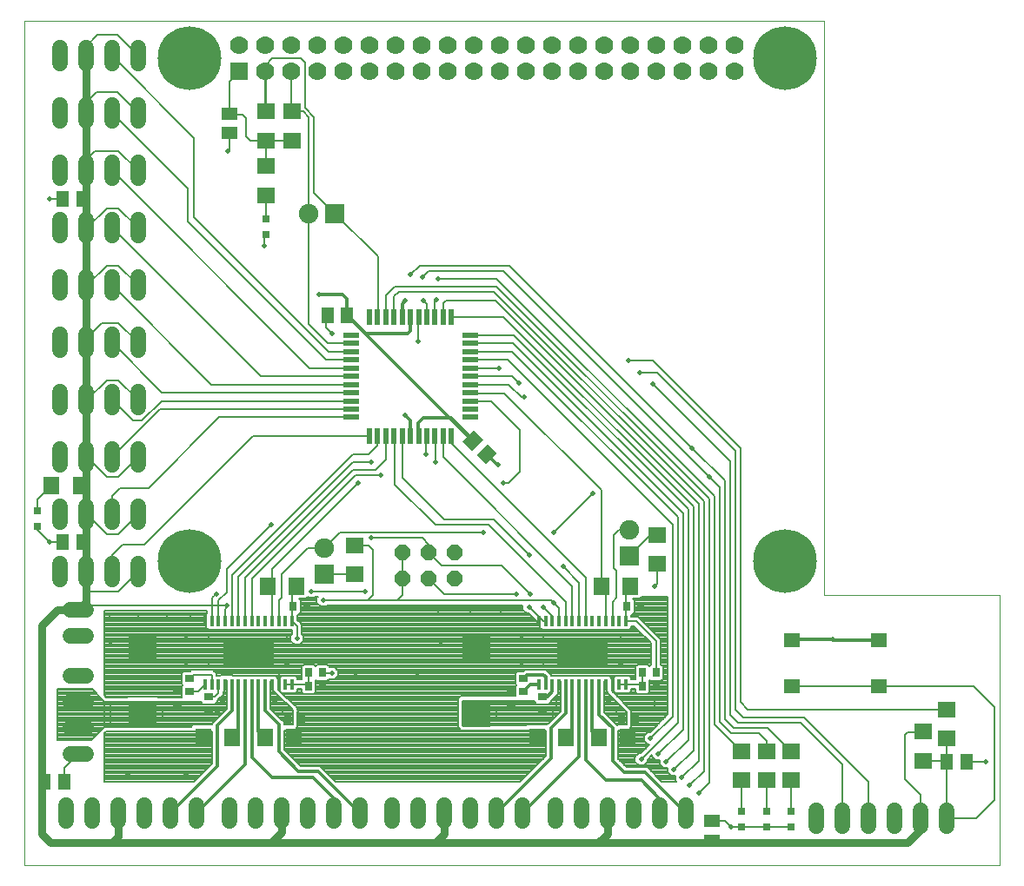
<source format=gtl>
G75*
%MOIN*%
%OFA0B0*%
%FSLAX25Y25*%
%IPPOS*%
%LPD*%
%AMOC8*
5,1,8,0,0,1.08239X$1,22.5*
%
%ADD10C,0.00000*%
%ADD11R,0.07000X0.07000*%
%ADD12C,0.07000*%
%ADD13C,0.24409*%
%ADD14R,0.01378X0.03937*%
%ADD15R,0.19685X0.11811*%
%ADD16R,0.06299X0.07098*%
%ADD17R,0.03543X0.02756*%
%ADD18R,0.02756X0.03543*%
%ADD19R,0.10630X0.10039*%
%ADD20C,0.06000*%
%ADD21R,0.01969X0.05906*%
%ADD22R,0.05906X0.01969*%
%ADD23R,0.05118X0.05906*%
%ADD24R,0.03150X0.03150*%
%ADD25R,0.07098X0.06299*%
%ADD26R,0.05906X0.05118*%
%ADD27R,0.06300X0.05512*%
%ADD28R,0.07500X0.07500*%
%ADD29C,0.07500*%
%ADD30OC8,0.06000*%
%ADD31C,0.00800*%
%ADD32C,0.01950*%
%ADD33C,0.01200*%
%ADD34C,0.01300*%
%ADD35C,0.03000*%
D10*
X0034500Y0035000D02*
X0034500Y0359000D01*
X0341000Y0359000D01*
X0341000Y0138500D01*
X0408516Y0138500D01*
X0408516Y0035000D01*
X0034500Y0035000D01*
D11*
X0116906Y0339437D03*
D12*
X0116906Y0349437D03*
X0126906Y0349437D03*
X0136906Y0349437D03*
X0146906Y0349437D03*
X0156906Y0349437D03*
X0166906Y0349437D03*
X0176906Y0349437D03*
X0186906Y0349437D03*
X0186906Y0339437D03*
X0176906Y0339437D03*
X0166906Y0339437D03*
X0156906Y0339437D03*
X0146906Y0339437D03*
X0136906Y0339437D03*
X0126906Y0339437D03*
X0196906Y0339437D03*
X0206906Y0339437D03*
X0216906Y0339437D03*
X0226906Y0339437D03*
X0236906Y0339437D03*
X0246906Y0339437D03*
X0256906Y0339437D03*
X0266906Y0339437D03*
X0266906Y0349437D03*
X0256906Y0349437D03*
X0246906Y0349437D03*
X0236906Y0349437D03*
X0226906Y0349437D03*
X0216906Y0349437D03*
X0206906Y0349437D03*
X0196906Y0349437D03*
X0276906Y0349437D03*
X0286906Y0349437D03*
X0296906Y0349437D03*
X0306906Y0349437D03*
X0306906Y0339437D03*
X0296906Y0339437D03*
X0286906Y0339437D03*
X0276906Y0339437D03*
D13*
X0326079Y0344437D03*
X0326079Y0151524D03*
X0097732Y0151524D03*
X0097732Y0344437D03*
D14*
X0103839Y0128581D03*
X0106398Y0128581D03*
X0108957Y0128581D03*
X0111516Y0128581D03*
X0114075Y0128581D03*
X0116634Y0128581D03*
X0119193Y0128581D03*
X0121752Y0128581D03*
X0124311Y0128581D03*
X0126870Y0128581D03*
X0129429Y0128581D03*
X0131988Y0128581D03*
X0134547Y0128581D03*
X0137106Y0128581D03*
X0137106Y0104270D03*
X0134547Y0104270D03*
X0131988Y0104270D03*
X0129429Y0104270D03*
X0126870Y0104270D03*
X0124311Y0104270D03*
X0121752Y0104270D03*
X0119193Y0104270D03*
X0116634Y0104270D03*
X0114075Y0104270D03*
X0111516Y0104270D03*
X0108957Y0104270D03*
X0106398Y0104270D03*
X0103839Y0104270D03*
X0231839Y0104270D03*
X0234398Y0104270D03*
X0236957Y0104270D03*
X0239516Y0104270D03*
X0242075Y0104270D03*
X0244634Y0104270D03*
X0247193Y0104270D03*
X0249752Y0104270D03*
X0252311Y0104270D03*
X0254870Y0104270D03*
X0257429Y0104270D03*
X0259988Y0104270D03*
X0262547Y0104270D03*
X0265106Y0104270D03*
X0265106Y0128581D03*
X0262547Y0128581D03*
X0259988Y0128581D03*
X0257429Y0128581D03*
X0254870Y0128581D03*
X0252311Y0128581D03*
X0249752Y0128581D03*
X0247193Y0128581D03*
X0244634Y0128581D03*
X0242075Y0128581D03*
X0239516Y0128581D03*
X0236957Y0128581D03*
X0234398Y0128581D03*
X0231839Y0128581D03*
D15*
X0248472Y0116425D03*
X0120472Y0116425D03*
D16*
X0127669Y0142016D03*
X0138866Y0142016D03*
X0137866Y0083945D03*
X0126669Y0083945D03*
X0114228Y0083945D03*
X0103031Y0083945D03*
X0056098Y0180500D03*
X0044902Y0180500D03*
X0231031Y0083945D03*
X0242228Y0083945D03*
X0254669Y0083945D03*
X0265866Y0083945D03*
X0266866Y0142016D03*
X0255669Y0142016D03*
D17*
X0225866Y0106610D03*
X0225866Y0101492D03*
X0221008Y0101720D03*
X0221008Y0096602D03*
X0233209Y0094295D03*
X0233209Y0099413D03*
X0105209Y0099413D03*
X0105209Y0094295D03*
X0097866Y0101492D03*
X0093008Y0101720D03*
X0093008Y0096602D03*
X0097866Y0106610D03*
D18*
X0135583Y0090835D03*
X0140701Y0090835D03*
X0143535Y0103661D03*
X0143535Y0108740D03*
X0148654Y0108740D03*
X0148654Y0103661D03*
X0142701Y0134142D03*
X0137583Y0134142D03*
X0265583Y0134142D03*
X0270701Y0134142D03*
X0271535Y0108740D03*
X0271535Y0103661D03*
X0276654Y0103661D03*
X0276654Y0108740D03*
X0268701Y0090835D03*
X0263583Y0090835D03*
D19*
X0207744Y0093024D03*
X0207744Y0117984D03*
X0079744Y0117984D03*
X0079744Y0093024D03*
D20*
X0058169Y0097728D02*
X0052169Y0097728D01*
X0052169Y0107728D02*
X0058169Y0107728D01*
X0058000Y0123000D02*
X0052000Y0123000D01*
X0052000Y0133000D02*
X0058000Y0133000D01*
X0058000Y0144500D02*
X0058000Y0150500D01*
X0048000Y0150500D02*
X0048000Y0144500D01*
X0068000Y0144500D02*
X0068000Y0150500D01*
X0078000Y0150500D02*
X0078000Y0144500D01*
X0078000Y0166500D02*
X0078000Y0172500D01*
X0068000Y0172500D02*
X0068000Y0166500D01*
X0058000Y0166500D02*
X0058000Y0172500D01*
X0048000Y0172500D02*
X0048000Y0166500D01*
X0048000Y0188500D02*
X0048000Y0194500D01*
X0058000Y0194500D02*
X0058000Y0188500D01*
X0068000Y0188500D02*
X0068000Y0194500D01*
X0078000Y0194500D02*
X0078000Y0188500D01*
X0078000Y0210500D02*
X0078000Y0216500D01*
X0068000Y0216500D02*
X0068000Y0210500D01*
X0058000Y0210500D02*
X0058000Y0216500D01*
X0048000Y0216500D02*
X0048000Y0210500D01*
X0048000Y0232500D02*
X0048000Y0238500D01*
X0058000Y0238500D02*
X0058000Y0232500D01*
X0068000Y0232500D02*
X0068000Y0238500D01*
X0078000Y0238500D02*
X0078000Y0232500D01*
X0078000Y0254500D02*
X0078000Y0260500D01*
X0068000Y0260500D02*
X0068000Y0254500D01*
X0058000Y0254500D02*
X0058000Y0260500D01*
X0048000Y0260500D02*
X0048000Y0254500D01*
X0048000Y0276500D02*
X0048000Y0282500D01*
X0058000Y0282500D02*
X0058000Y0276500D01*
X0068000Y0276500D02*
X0068000Y0282500D01*
X0078000Y0282500D02*
X0078000Y0276500D01*
X0078000Y0298500D02*
X0078000Y0304500D01*
X0068000Y0304500D02*
X0068000Y0298500D01*
X0058000Y0298500D02*
X0058000Y0304500D01*
X0048000Y0304500D02*
X0048000Y0298500D01*
X0048000Y0320500D02*
X0048000Y0326500D01*
X0058000Y0326500D02*
X0058000Y0320500D01*
X0068000Y0320500D02*
X0068000Y0326500D01*
X0078000Y0326500D02*
X0078000Y0320500D01*
X0078000Y0342500D02*
X0078000Y0348500D01*
X0068000Y0348500D02*
X0068000Y0342500D01*
X0058000Y0342500D02*
X0058000Y0348500D01*
X0048000Y0348500D02*
X0048000Y0342500D01*
X0052169Y0087728D02*
X0058169Y0087728D01*
X0058169Y0077728D02*
X0052169Y0077728D01*
X0050500Y0058000D02*
X0050500Y0052000D01*
X0060500Y0052000D02*
X0060500Y0058000D01*
X0070500Y0058000D02*
X0070500Y0052000D01*
X0080500Y0052000D02*
X0080500Y0058000D01*
X0090500Y0058000D02*
X0090500Y0052000D01*
X0100500Y0052000D02*
X0100500Y0058000D01*
X0113000Y0058000D02*
X0113000Y0052000D01*
X0123000Y0052000D02*
X0123000Y0058000D01*
X0133000Y0058000D02*
X0133000Y0052000D01*
X0143000Y0052000D02*
X0143000Y0058000D01*
X0153000Y0058000D02*
X0153000Y0052000D01*
X0163000Y0052000D02*
X0163000Y0058000D01*
X0175500Y0058000D02*
X0175500Y0052000D01*
X0185500Y0052000D02*
X0185500Y0058000D01*
X0195500Y0058000D02*
X0195500Y0052000D01*
X0205500Y0052000D02*
X0205500Y0058000D01*
X0215500Y0058000D02*
X0215500Y0052000D01*
X0225500Y0052000D02*
X0225500Y0058000D01*
X0238000Y0058000D02*
X0238000Y0052000D01*
X0248000Y0052000D02*
X0248000Y0058000D01*
X0258000Y0058000D02*
X0258000Y0052000D01*
X0268000Y0052000D02*
X0268000Y0058000D01*
X0278000Y0058000D02*
X0278000Y0052000D01*
X0288000Y0052000D02*
X0288000Y0058000D01*
X0338000Y0056000D02*
X0338000Y0050000D01*
X0348000Y0050000D02*
X0348000Y0056000D01*
X0358000Y0056000D02*
X0358000Y0050000D01*
X0368000Y0050000D02*
X0368000Y0056000D01*
X0378000Y0056000D02*
X0378000Y0050000D01*
X0388000Y0050000D02*
X0388000Y0056000D01*
D21*
X0198248Y0199665D03*
X0195098Y0199665D03*
X0191949Y0199665D03*
X0188799Y0199665D03*
X0185650Y0199665D03*
X0182500Y0199665D03*
X0179350Y0199665D03*
X0176201Y0199665D03*
X0173051Y0199665D03*
X0169902Y0199665D03*
X0166752Y0199665D03*
X0166752Y0245335D03*
X0169902Y0245335D03*
X0173051Y0245335D03*
X0176201Y0245335D03*
X0179350Y0245335D03*
X0182500Y0245335D03*
X0185650Y0245335D03*
X0188799Y0245335D03*
X0191949Y0245335D03*
X0195098Y0245335D03*
X0198248Y0245335D03*
D22*
X0205335Y0238248D03*
X0205335Y0235098D03*
X0205335Y0231949D03*
X0205335Y0228799D03*
X0205335Y0225650D03*
X0205335Y0222500D03*
X0205335Y0219350D03*
X0205335Y0216201D03*
X0205335Y0213051D03*
X0205335Y0209902D03*
X0205335Y0206752D03*
X0159665Y0206752D03*
X0159665Y0209902D03*
X0159665Y0213051D03*
X0159665Y0216201D03*
X0159665Y0219350D03*
X0159665Y0222500D03*
X0159665Y0225650D03*
X0159665Y0228799D03*
X0159665Y0231949D03*
X0159665Y0235098D03*
X0159665Y0238248D03*
D23*
X0158240Y0246000D03*
X0150760Y0246000D03*
G36*
X0206249Y0194041D02*
X0202630Y0197660D01*
X0206805Y0201835D01*
X0210424Y0198216D01*
X0206249Y0194041D01*
G37*
G36*
X0211538Y0188751D02*
X0207919Y0192370D01*
X0212094Y0196545D01*
X0215713Y0192926D01*
X0211538Y0188751D01*
G37*
X0056740Y0159000D03*
X0049260Y0159000D03*
X0049740Y0067000D03*
X0042260Y0067000D03*
X0049260Y0290500D03*
X0056740Y0290500D03*
X0388260Y0074500D03*
X0395740Y0074500D03*
D24*
X0328500Y0055453D03*
X0328500Y0049547D03*
X0319000Y0049547D03*
X0319000Y0055453D03*
X0309500Y0055453D03*
X0309500Y0049547D03*
X0127000Y0277047D03*
X0127000Y0282953D03*
X0039500Y0170953D03*
X0039500Y0165047D03*
D25*
X0161000Y0157598D03*
X0161000Y0146402D03*
X0277000Y0150402D03*
X0277000Y0161598D03*
X0309500Y0078598D03*
X0319000Y0078598D03*
X0328500Y0078598D03*
X0328500Y0067402D03*
X0319000Y0067402D03*
X0309500Y0067402D03*
X0379000Y0074902D03*
X0388000Y0083402D03*
X0379000Y0086098D03*
X0388000Y0094598D03*
X0137000Y0312902D03*
X0127000Y0312902D03*
X0127000Y0303098D03*
X0127000Y0291902D03*
X0127000Y0324098D03*
X0137000Y0324098D03*
D26*
X0113000Y0323240D03*
X0113000Y0315760D03*
X0298000Y0051740D03*
X0298000Y0044260D03*
D27*
X0328965Y0103642D03*
X0328965Y0121358D03*
X0362035Y0121358D03*
X0362035Y0103642D03*
D28*
X0266500Y0153500D03*
X0149500Y0146500D03*
X0153500Y0285000D03*
D29*
X0143500Y0285000D03*
X0266500Y0163500D03*
X0149500Y0156500D03*
D30*
X0179500Y0155000D03*
X0179500Y0145000D03*
X0189500Y0145000D03*
X0189500Y0155000D03*
X0199500Y0155000D03*
X0199500Y0145000D03*
D31*
X0194500Y0150000D02*
X0189500Y0155000D01*
X0189500Y0158000D01*
X0187000Y0160500D01*
X0167500Y0160500D01*
X0166402Y0157598D02*
X0161000Y0157598D01*
X0166402Y0157598D02*
X0168000Y0156000D01*
X0168000Y0138500D01*
X0166000Y0136500D01*
X0177500Y0136500D01*
X0179500Y0138500D01*
X0179500Y0155000D01*
X0179500Y0145000D01*
X0177500Y0136500D02*
X0236500Y0136500D01*
X0237500Y0135500D01*
X0239516Y0133484D01*
X0239516Y0128581D01*
X0242075Y0128581D02*
X0242075Y0135925D01*
X0212500Y0165500D01*
X0192000Y0165500D01*
X0176500Y0181000D01*
X0176500Y0199366D01*
X0176201Y0199665D01*
X0179350Y0199665D02*
X0179350Y0183650D01*
X0195500Y0167500D01*
X0214600Y0167500D01*
X0228100Y0154000D01*
X0217500Y0150000D02*
X0194500Y0150000D01*
X0189500Y0145000D02*
X0195500Y0139000D01*
X0223000Y0139000D01*
X0225625Y0134700D02*
X0225625Y0133016D01*
X0227016Y0131625D01*
X0227829Y0131625D01*
X0232309Y0127146D01*
X0232309Y0126032D01*
X0233129Y0125212D01*
X0235667Y0125212D01*
X0235677Y0125223D01*
X0235688Y0125212D01*
X0238226Y0125212D01*
X0238236Y0125223D01*
X0238247Y0125212D01*
X0240785Y0125212D01*
X0240795Y0125223D01*
X0240806Y0125212D01*
X0243344Y0125212D01*
X0243354Y0125223D01*
X0243365Y0125212D01*
X0245903Y0125212D01*
X0245913Y0125223D01*
X0245924Y0125212D01*
X0248462Y0125212D01*
X0248472Y0125223D01*
X0248483Y0125212D01*
X0251021Y0125212D01*
X0251031Y0125223D01*
X0251042Y0125212D01*
X0253580Y0125212D01*
X0253591Y0125223D01*
X0253601Y0125212D01*
X0256139Y0125212D01*
X0256150Y0125223D01*
X0256160Y0125212D01*
X0258698Y0125212D01*
X0258709Y0125223D01*
X0258719Y0125212D01*
X0261257Y0125212D01*
X0261268Y0125223D01*
X0261278Y0125212D01*
X0263816Y0125212D01*
X0263827Y0125223D01*
X0263837Y0125212D01*
X0266375Y0125212D01*
X0267195Y0126032D01*
X0267195Y0126700D01*
X0268254Y0126700D01*
X0274854Y0120101D01*
X0274854Y0111912D01*
X0274696Y0111912D01*
X0274094Y0111311D01*
X0273493Y0111912D01*
X0269578Y0111912D01*
X0268757Y0111092D01*
X0268757Y0106389D01*
X0268945Y0106201D01*
X0268814Y0106070D01*
X0267195Y0106070D01*
X0267195Y0106818D01*
X0266375Y0107638D01*
X0263837Y0107638D01*
X0263827Y0107628D01*
X0263816Y0107638D01*
X0261278Y0107638D01*
X0260458Y0106818D01*
X0260458Y0101721D01*
X0261278Y0100901D01*
X0263816Y0100901D01*
X0263827Y0100912D01*
X0263837Y0100901D01*
X0266375Y0100901D01*
X0267195Y0101721D01*
X0267195Y0102470D01*
X0268757Y0102470D01*
X0268757Y0101310D01*
X0269578Y0100490D01*
X0273493Y0100490D01*
X0274313Y0101310D01*
X0274313Y0105951D01*
X0274696Y0105569D01*
X0278611Y0105569D01*
X0279431Y0106389D01*
X0279431Y0111092D01*
X0278611Y0111912D01*
X0278454Y0111912D01*
X0278454Y0121592D01*
X0270800Y0129246D01*
X0269746Y0130300D01*
X0267195Y0130300D01*
X0267195Y0130970D01*
X0267541Y0130970D01*
X0268361Y0131790D01*
X0268361Y0136493D01*
X0267787Y0137067D01*
X0270596Y0137067D01*
X0271416Y0137887D01*
X0271416Y0138000D01*
X0281200Y0138000D01*
X0281200Y0092746D01*
X0274329Y0085875D01*
X0273516Y0085875D01*
X0272125Y0084484D01*
X0272125Y0082516D01*
X0273516Y0081125D01*
X0274079Y0081125D01*
X0270829Y0077875D01*
X0270016Y0077875D01*
X0268625Y0076484D01*
X0268625Y0074516D01*
X0270016Y0073125D01*
X0271984Y0073125D01*
X0273375Y0074516D01*
X0273375Y0075329D01*
X0275125Y0077079D01*
X0275125Y0076516D01*
X0276516Y0075125D01*
X0278125Y0075125D01*
X0278125Y0073516D01*
X0279516Y0072125D01*
X0281125Y0072125D01*
X0281125Y0070516D01*
X0282516Y0069125D01*
X0284125Y0069125D01*
X0284125Y0067516D01*
X0284641Y0067000D01*
X0278899Y0067000D01*
X0273349Y0072550D01*
X0265349Y0072550D01*
X0262050Y0075849D01*
X0262050Y0086700D01*
X0266246Y0086700D01*
X0267300Y0087754D01*
X0267300Y0094246D01*
X0259800Y0101746D01*
X0259800Y0106246D01*
X0259518Y0106527D01*
X0259518Y0106818D01*
X0258698Y0107638D01*
X0256160Y0107638D01*
X0256150Y0107628D01*
X0256139Y0107638D01*
X0253601Y0107638D01*
X0253591Y0107628D01*
X0253580Y0107638D01*
X0251042Y0107638D01*
X0251031Y0107628D01*
X0251021Y0107638D01*
X0248483Y0107638D01*
X0248472Y0107628D01*
X0248462Y0107638D01*
X0245924Y0107638D01*
X0245913Y0107628D01*
X0245903Y0107638D01*
X0243365Y0107638D01*
X0243354Y0107628D01*
X0243344Y0107638D01*
X0240806Y0107638D01*
X0240795Y0107628D01*
X0240785Y0107638D01*
X0238247Y0107638D01*
X0238236Y0107628D01*
X0238226Y0107638D01*
X0236448Y0107638D01*
X0236448Y0107952D01*
X0234349Y0110050D01*
X0226407Y0110050D01*
X0225745Y0109388D01*
X0223515Y0109388D01*
X0222694Y0108568D01*
X0222694Y0104652D01*
X0223296Y0104051D01*
X0222694Y0103450D01*
X0222694Y0099800D01*
X0201754Y0099800D01*
X0200700Y0098746D01*
X0200700Y0087754D01*
X0201029Y0087425D01*
X0201029Y0087424D01*
X0201849Y0086604D01*
X0213639Y0086604D01*
X0213735Y0086700D01*
X0234450Y0086700D01*
X0234450Y0076849D01*
X0224601Y0067000D01*
X0153899Y0067000D01*
X0147849Y0073050D01*
X0140349Y0073050D01*
X0134050Y0079349D01*
X0134050Y0086700D01*
X0138246Y0086700D01*
X0139300Y0087754D01*
X0139300Y0093790D01*
X0139325Y0093817D01*
X0139300Y0094531D01*
X0139300Y0095246D01*
X0139274Y0095271D01*
X0139273Y0095307D01*
X0138751Y0095795D01*
X0138246Y0096300D01*
X0138209Y0096300D01*
X0133280Y0100901D01*
X0135816Y0100901D01*
X0135827Y0100912D01*
X0135837Y0100901D01*
X0138375Y0100901D01*
X0139195Y0101721D01*
X0139195Y0102470D01*
X0140757Y0102470D01*
X0140757Y0101310D01*
X0141578Y0100490D01*
X0145493Y0100490D01*
X0146313Y0101310D01*
X0146313Y0105951D01*
X0146696Y0105569D01*
X0150611Y0105569D01*
X0151342Y0106299D01*
X0151516Y0106125D01*
X0153484Y0106125D01*
X0154875Y0107516D01*
X0154875Y0109484D01*
X0153484Y0110875D01*
X0151516Y0110875D01*
X0151431Y0110790D01*
X0151431Y0111092D01*
X0150611Y0111912D01*
X0146696Y0111912D01*
X0146094Y0111311D01*
X0145493Y0111912D01*
X0141578Y0111912D01*
X0140757Y0111092D01*
X0140757Y0106389D01*
X0140945Y0106201D01*
X0140814Y0106070D01*
X0139195Y0106070D01*
X0139195Y0106818D01*
X0138375Y0107638D01*
X0135837Y0107638D01*
X0135827Y0107628D01*
X0135816Y0107638D01*
X0133278Y0107638D01*
X0132458Y0106818D01*
X0132458Y0101721D01*
X0133261Y0100919D01*
X0131800Y0102282D01*
X0131800Y0106246D01*
X0131518Y0106527D01*
X0131518Y0106818D01*
X0130698Y0107638D01*
X0128160Y0107638D01*
X0128150Y0107628D01*
X0128139Y0107638D01*
X0125601Y0107638D01*
X0125591Y0107628D01*
X0125580Y0107638D01*
X0123042Y0107638D01*
X0123031Y0107628D01*
X0123021Y0107638D01*
X0120483Y0107638D01*
X0120472Y0107628D01*
X0120462Y0107638D01*
X0117924Y0107638D01*
X0117913Y0107628D01*
X0117903Y0107638D01*
X0115365Y0107638D01*
X0115354Y0107628D01*
X0115344Y0107638D01*
X0114407Y0107638D01*
X0114246Y0107800D01*
X0109754Y0107800D01*
X0109593Y0107638D01*
X0108198Y0107638D01*
X0108198Y0108348D01*
X0107800Y0108746D01*
X0106746Y0109800D01*
X0098510Y0109800D01*
X0098099Y0109388D01*
X0095515Y0109388D01*
X0094694Y0108568D01*
X0094694Y0104652D01*
X0095296Y0104051D01*
X0094694Y0103450D01*
X0094694Y0099534D01*
X0094848Y0099380D01*
X0090656Y0099380D01*
X0090576Y0099300D01*
X0085782Y0099300D01*
X0085639Y0099443D01*
X0073849Y0099443D01*
X0073706Y0099300D01*
X0065802Y0099300D01*
X0065000Y0100191D01*
X0065000Y0132700D01*
X0104598Y0132700D01*
X0104598Y0131418D01*
X0104309Y0131129D01*
X0104309Y0126032D01*
X0105129Y0125212D01*
X0107667Y0125212D01*
X0107677Y0125223D01*
X0107688Y0125212D01*
X0110226Y0125212D01*
X0110236Y0125223D01*
X0110247Y0125212D01*
X0112785Y0125212D01*
X0112795Y0125223D01*
X0112806Y0125212D01*
X0115344Y0125212D01*
X0115354Y0125223D01*
X0115365Y0125212D01*
X0117903Y0125212D01*
X0117913Y0125223D01*
X0117924Y0125212D01*
X0120462Y0125212D01*
X0120472Y0125223D01*
X0120483Y0125212D01*
X0123021Y0125212D01*
X0123031Y0125223D01*
X0123042Y0125212D01*
X0125580Y0125212D01*
X0125591Y0125223D01*
X0125601Y0125212D01*
X0128139Y0125212D01*
X0128150Y0125223D01*
X0128160Y0125212D01*
X0130698Y0125212D01*
X0130709Y0125223D01*
X0130719Y0125212D01*
X0133257Y0125212D01*
X0133268Y0125223D01*
X0133278Y0125212D01*
X0135816Y0125212D01*
X0135827Y0125223D01*
X0135837Y0125212D01*
X0137200Y0125212D01*
X0137200Y0123559D01*
X0136625Y0122984D01*
X0136625Y0121016D01*
X0138016Y0119625D01*
X0139984Y0119625D01*
X0141375Y0121016D01*
X0141375Y0122984D01*
X0140800Y0123559D01*
X0140800Y0127433D01*
X0139195Y0129037D01*
X0139195Y0130970D01*
X0139541Y0130970D01*
X0140361Y0131790D01*
X0140361Y0136493D01*
X0139787Y0137067D01*
X0142596Y0137067D01*
X0143335Y0137806D01*
X0143516Y0137625D01*
X0145484Y0137625D01*
X0145859Y0138000D01*
X0147141Y0138000D01*
X0146625Y0137484D01*
X0146625Y0135516D01*
X0148016Y0134125D01*
X0149984Y0134125D01*
X0150559Y0134700D01*
X0225625Y0134700D01*
X0225625Y0134015D02*
X0140361Y0134015D01*
X0140361Y0133217D02*
X0225625Y0133217D01*
X0226223Y0132418D02*
X0140361Y0132418D01*
X0140190Y0131620D02*
X0227835Y0131620D01*
X0228633Y0130821D02*
X0139195Y0130821D01*
X0139195Y0130023D02*
X0229432Y0130023D01*
X0230230Y0129224D02*
X0139195Y0129224D01*
X0139807Y0128426D02*
X0231029Y0128426D01*
X0231827Y0127627D02*
X0140605Y0127627D01*
X0140800Y0126829D02*
X0232309Y0126829D01*
X0232311Y0126030D02*
X0140800Y0126030D01*
X0140800Y0125232D02*
X0233109Y0125232D01*
X0233419Y0128581D02*
X0228000Y0134000D01*
X0228500Y0139000D02*
X0217500Y0150000D01*
X0210500Y0162500D02*
X0155500Y0162500D01*
X0149500Y0156500D01*
X0143000Y0156500D01*
X0133000Y0146500D01*
X0133000Y0137500D01*
X0131988Y0136488D01*
X0131988Y0128581D01*
X0129429Y0128581D02*
X0129429Y0140256D01*
X0129429Y0148429D01*
X0162500Y0181500D01*
X0161500Y0184500D02*
X0171000Y0184500D01*
X0170000Y0184500D01*
X0169000Y0186500D02*
X0173051Y0190551D01*
X0173051Y0199665D01*
X0169902Y0199665D02*
X0169902Y0195902D01*
X0166500Y0192500D01*
X0160500Y0192500D01*
X0114075Y0146075D01*
X0114075Y0128581D01*
X0116500Y0128715D02*
X0116500Y0145500D01*
X0160500Y0189500D01*
X0167500Y0189500D01*
X0166500Y0189500D01*
X0169000Y0186500D02*
X0160500Y0186500D01*
X0119193Y0145193D01*
X0119193Y0128581D01*
X0121752Y0128581D02*
X0121752Y0144752D01*
X0161500Y0184500D01*
X0166752Y0199665D02*
X0122165Y0199665D01*
X0080500Y0158000D01*
X0072000Y0158000D01*
X0068000Y0154000D01*
X0068000Y0147500D01*
X0070500Y0140000D02*
X0058000Y0140000D01*
X0056500Y0134500D02*
X0112000Y0134500D01*
X0111516Y0132984D01*
X0111516Y0128581D01*
X0108957Y0128581D02*
X0108957Y0136457D01*
X0112000Y0139500D01*
X0112000Y0148500D01*
X0129000Y0165500D01*
X0149500Y0146500D02*
X0160902Y0146500D01*
X0161000Y0146402D01*
X0165000Y0140000D02*
X0144500Y0140000D01*
X0142739Y0137209D02*
X0146625Y0137209D01*
X0146625Y0136411D02*
X0140361Y0136411D01*
X0140361Y0135612D02*
X0146625Y0135612D01*
X0147327Y0134814D02*
X0140361Y0134814D01*
X0137583Y0134142D02*
X0137106Y0133665D01*
X0137106Y0140106D01*
X0139000Y0142000D01*
X0138984Y0142016D01*
X0138866Y0142016D01*
X0137106Y0133665D02*
X0137106Y0128581D01*
X0139000Y0126687D01*
X0139000Y0122000D01*
X0141375Y0122038D02*
X0272917Y0122038D01*
X0273715Y0121239D02*
X0141375Y0121239D01*
X0140799Y0120441D02*
X0274514Y0120441D01*
X0274854Y0119642D02*
X0140001Y0119642D01*
X0137999Y0119642D02*
X0065000Y0119642D01*
X0065000Y0118844D02*
X0274854Y0118844D01*
X0274854Y0118045D02*
X0065000Y0118045D01*
X0065000Y0117247D02*
X0274854Y0117247D01*
X0274854Y0116448D02*
X0065000Y0116448D01*
X0065000Y0115650D02*
X0274854Y0115650D01*
X0274854Y0114851D02*
X0065000Y0114851D01*
X0065000Y0114053D02*
X0274854Y0114053D01*
X0274854Y0113254D02*
X0065000Y0113254D01*
X0065000Y0112456D02*
X0274854Y0112456D01*
X0274441Y0111657D02*
X0273748Y0111657D01*
X0271535Y0108740D02*
X0271535Y0103661D01*
X0270927Y0104270D01*
X0265106Y0104270D01*
X0262547Y0104270D01*
X0260458Y0104470D02*
X0259800Y0104470D01*
X0259800Y0103672D02*
X0260458Y0103672D01*
X0260458Y0102873D02*
X0259800Y0102873D01*
X0259800Y0102075D02*
X0260458Y0102075D01*
X0260269Y0101276D02*
X0260903Y0101276D01*
X0261068Y0100478D02*
X0281200Y0100478D01*
X0281200Y0101276D02*
X0274280Y0101276D01*
X0274313Y0102075D02*
X0281200Y0102075D01*
X0281200Y0102873D02*
X0274313Y0102873D01*
X0274313Y0103672D02*
X0281200Y0103672D01*
X0281200Y0104470D02*
X0274313Y0104470D01*
X0274313Y0105269D02*
X0281200Y0105269D01*
X0281200Y0106068D02*
X0279110Y0106068D01*
X0279431Y0106866D02*
X0281200Y0106866D01*
X0281200Y0107665D02*
X0279431Y0107665D01*
X0279431Y0108463D02*
X0281200Y0108463D01*
X0281200Y0109262D02*
X0279431Y0109262D01*
X0279431Y0110060D02*
X0281200Y0110060D01*
X0281200Y0110859D02*
X0279431Y0110859D01*
X0278866Y0111657D02*
X0281200Y0111657D01*
X0281200Y0112456D02*
X0278454Y0112456D01*
X0278454Y0113254D02*
X0281200Y0113254D01*
X0281200Y0114053D02*
X0278454Y0114053D01*
X0278454Y0114851D02*
X0281200Y0114851D01*
X0281200Y0115650D02*
X0278454Y0115650D01*
X0278454Y0116448D02*
X0281200Y0116448D01*
X0281200Y0117247D02*
X0278454Y0117247D01*
X0278454Y0118045D02*
X0281200Y0118045D01*
X0281200Y0118844D02*
X0278454Y0118844D01*
X0278454Y0119642D02*
X0281200Y0119642D01*
X0281200Y0120441D02*
X0278454Y0120441D01*
X0278454Y0121239D02*
X0281200Y0121239D01*
X0281200Y0122038D02*
X0278008Y0122038D01*
X0277209Y0122836D02*
X0281200Y0122836D01*
X0281200Y0123635D02*
X0276411Y0123635D01*
X0275612Y0124433D02*
X0281200Y0124433D01*
X0281200Y0125232D02*
X0274814Y0125232D01*
X0274015Y0126030D02*
X0281200Y0126030D01*
X0281200Y0126829D02*
X0273217Y0126829D01*
X0272418Y0127627D02*
X0281200Y0127627D01*
X0281200Y0128426D02*
X0271620Y0128426D01*
X0270821Y0129224D02*
X0281200Y0129224D01*
X0281200Y0130023D02*
X0270023Y0130023D01*
X0269000Y0128500D02*
X0265187Y0128500D01*
X0265106Y0128581D01*
X0265106Y0134500D01*
X0265465Y0134142D01*
X0265583Y0134142D01*
X0265106Y0134500D02*
X0265106Y0140256D01*
X0266866Y0142016D01*
X0266866Y0141634D01*
X0267000Y0141500D01*
X0268361Y0136411D02*
X0281200Y0136411D01*
X0281200Y0137209D02*
X0270739Y0137209D01*
X0268361Y0135612D02*
X0281200Y0135612D01*
X0281200Y0134814D02*
X0268361Y0134814D01*
X0268361Y0134015D02*
X0281200Y0134015D01*
X0281200Y0133217D02*
X0268361Y0133217D01*
X0268361Y0132418D02*
X0281200Y0132418D01*
X0281200Y0131620D02*
X0268190Y0131620D01*
X0267195Y0130821D02*
X0281200Y0130821D01*
X0283000Y0133500D02*
X0283000Y0092000D01*
X0274500Y0083500D01*
X0272947Y0085306D02*
X0262050Y0085306D01*
X0262050Y0084508D02*
X0272149Y0084508D01*
X0272125Y0083709D02*
X0262050Y0083709D01*
X0262050Y0082911D02*
X0272125Y0082911D01*
X0272529Y0082112D02*
X0262050Y0082112D01*
X0262050Y0081314D02*
X0273328Y0081314D01*
X0273470Y0080515D02*
X0262050Y0080515D01*
X0262050Y0079717D02*
X0272671Y0079717D01*
X0271873Y0078918D02*
X0262050Y0078918D01*
X0262050Y0078120D02*
X0271074Y0078120D01*
X0269462Y0077321D02*
X0262050Y0077321D01*
X0262050Y0076523D02*
X0268664Y0076523D01*
X0268625Y0075724D02*
X0262175Y0075724D01*
X0262974Y0074926D02*
X0268625Y0074926D01*
X0269014Y0074127D02*
X0263772Y0074127D01*
X0264571Y0073329D02*
X0269813Y0073329D01*
X0272187Y0073329D02*
X0278313Y0073329D01*
X0278125Y0074127D02*
X0272986Y0074127D01*
X0273375Y0074926D02*
X0278125Y0074926D01*
X0275917Y0075724D02*
X0273770Y0075724D01*
X0274568Y0076523D02*
X0275125Y0076523D01*
X0277500Y0077500D02*
X0287000Y0087000D01*
X0287000Y0170000D01*
X0221902Y0235098D01*
X0205335Y0235098D01*
X0205335Y0231949D02*
X0221551Y0231949D01*
X0285000Y0168500D01*
X0285000Y0089500D01*
X0271000Y0075500D01*
X0273369Y0072530D02*
X0279111Y0072530D01*
X0281125Y0071732D02*
X0274168Y0071732D01*
X0274966Y0070933D02*
X0281125Y0070933D01*
X0281507Y0070134D02*
X0275765Y0070134D01*
X0276563Y0069336D02*
X0282305Y0069336D01*
X0284125Y0068537D02*
X0277362Y0068537D01*
X0278160Y0067739D02*
X0284125Y0067739D01*
X0286500Y0068500D02*
X0293000Y0075000D01*
X0293000Y0173500D01*
X0215000Y0251500D01*
X0196000Y0251500D01*
X0195098Y0250598D01*
X0195098Y0245335D01*
X0191949Y0245335D02*
X0191949Y0251449D01*
X0192500Y0252000D01*
X0188799Y0250201D02*
X0188799Y0245335D01*
X0185650Y0245335D02*
X0185500Y0245185D01*
X0185500Y0236000D01*
X0176201Y0245335D02*
X0176201Y0253201D01*
X0178000Y0255000D01*
X0214500Y0255000D01*
X0295000Y0174500D01*
X0295000Y0071000D01*
X0289500Y0065500D01*
X0293000Y0062500D02*
X0297000Y0066500D01*
X0297000Y0175500D01*
X0215500Y0257000D01*
X0176500Y0257000D01*
X0173051Y0253551D01*
X0173051Y0245335D01*
X0170000Y0245433D02*
X0170000Y0268500D01*
X0153500Y0285000D01*
X0145500Y0293000D01*
X0145500Y0322000D01*
X0142000Y0325500D01*
X0142000Y0343000D01*
X0140500Y0344500D01*
X0129500Y0344500D01*
X0127000Y0342000D01*
X0127000Y0324098D01*
X0126906Y0324193D01*
X0126906Y0339437D01*
X0136906Y0339437D02*
X0136906Y0324193D01*
X0137000Y0324098D01*
X0141402Y0324098D01*
X0143500Y0322000D01*
X0143500Y0285000D01*
X0143500Y0242500D01*
X0150902Y0235098D01*
X0159665Y0235098D01*
X0159665Y0231949D02*
X0151051Y0231949D01*
X0099500Y0283500D01*
X0099500Y0314000D01*
X0068000Y0345500D01*
X0070000Y0353500D02*
X0062500Y0353500D01*
X0058000Y0349000D01*
X0058000Y0345500D01*
X0070000Y0353500D02*
X0078000Y0345500D01*
X0070000Y0331500D02*
X0062000Y0331500D01*
X0058000Y0327500D01*
X0058000Y0323500D01*
X0068000Y0323500D02*
X0097000Y0294500D01*
X0097000Y0282000D01*
X0150201Y0228799D01*
X0159665Y0228799D01*
X0159665Y0225650D02*
X0147000Y0225650D01*
X0145350Y0225650D01*
X0143850Y0225650D01*
X0068000Y0301500D01*
X0070500Y0309000D02*
X0061500Y0309000D01*
X0058000Y0305500D01*
X0058000Y0301500D01*
X0058000Y0290500D02*
X0056740Y0290500D01*
X0049260Y0290500D02*
X0044000Y0290500D01*
X0058000Y0279500D02*
X0058500Y0279500D01*
X0066000Y0287000D01*
X0070500Y0287000D01*
X0078000Y0279500D01*
X0068000Y0279500D02*
X0125000Y0222500D01*
X0129000Y0222500D01*
X0131500Y0222500D01*
X0159665Y0222500D01*
X0159665Y0219350D02*
X0106150Y0219350D01*
X0068000Y0257500D01*
X0066000Y0265000D02*
X0070500Y0265000D01*
X0078000Y0257500D01*
X0066000Y0265000D02*
X0058500Y0257500D01*
X0058000Y0257500D01*
X0064000Y0243000D02*
X0070500Y0243000D01*
X0078000Y0235500D01*
X0068000Y0235500D02*
X0087299Y0216201D01*
X0159665Y0216201D01*
X0159665Y0213051D02*
X0087051Y0213051D01*
X0079500Y0205500D01*
X0076000Y0205500D01*
X0068000Y0213500D01*
X0066000Y0221000D02*
X0070500Y0221000D01*
X0078000Y0213500D01*
X0086402Y0209902D02*
X0068000Y0191500D01*
X0066000Y0184000D02*
X0070500Y0184000D01*
X0078000Y0191500D01*
X0066000Y0184000D02*
X0058500Y0191500D01*
X0058000Y0191500D01*
X0056098Y0180500D02*
X0056598Y0180000D01*
X0058000Y0180000D01*
X0058000Y0169500D02*
X0058500Y0169500D01*
X0066000Y0162000D01*
X0070500Y0162000D01*
X0078000Y0169500D01*
X0068000Y0169500D02*
X0068000Y0176500D01*
X0071000Y0179500D01*
X0082000Y0179500D01*
X0109252Y0206752D01*
X0159665Y0206752D01*
X0159665Y0209902D02*
X0086402Y0209902D01*
X0066000Y0221000D02*
X0058500Y0213500D01*
X0058000Y0213500D01*
X0058000Y0235500D02*
X0058000Y0237000D01*
X0064000Y0243000D01*
X0078000Y0301500D02*
X0070500Y0309000D01*
X0078000Y0323500D02*
X0070000Y0331500D01*
X0113000Y0335531D02*
X0113000Y0323240D01*
X0113240Y0323000D01*
X0118000Y0323000D01*
X0119500Y0321500D01*
X0119500Y0314500D01*
X0121098Y0312902D01*
X0127000Y0312902D01*
X0127000Y0303098D01*
X0127000Y0312902D02*
X0137000Y0312902D01*
X0127000Y0291902D02*
X0127000Y0282953D01*
X0127000Y0277047D02*
X0126500Y0276547D01*
X0126500Y0272500D01*
X0150260Y0246500D02*
X0150260Y0241240D01*
X0152500Y0239000D01*
X0169902Y0245335D02*
X0170000Y0245433D01*
X0182500Y0261500D02*
X0186000Y0265000D01*
X0220500Y0265000D01*
X0290500Y0195000D01*
X0303000Y0182500D01*
X0303000Y0091000D01*
X0306500Y0087500D01*
X0319598Y0087500D01*
X0328500Y0078598D01*
X0319000Y0078598D02*
X0319000Y0082500D01*
X0316000Y0085500D01*
X0305500Y0085500D01*
X0301000Y0090000D01*
X0301000Y0180000D01*
X0297000Y0184000D01*
X0218000Y0263000D01*
X0189500Y0263000D01*
X0187000Y0260500D01*
X0193000Y0260000D02*
X0215500Y0260000D01*
X0299000Y0176500D01*
X0299000Y0089000D01*
X0309402Y0078598D01*
X0309500Y0078598D01*
X0309500Y0067402D02*
X0309500Y0055453D01*
X0309500Y0049547D02*
X0305547Y0049547D01*
X0305500Y0049500D01*
X0303260Y0051740D01*
X0298000Y0051740D01*
X0298000Y0044260D02*
X0296760Y0044260D01*
X0296000Y0043500D01*
X0309500Y0049547D02*
X0319000Y0049547D01*
X0328500Y0049547D01*
X0328500Y0055453D02*
X0328500Y0067402D01*
X0319000Y0067402D02*
X0319000Y0055453D01*
X0348000Y0053000D02*
X0348000Y0073500D01*
X0332000Y0089500D01*
X0308000Y0089500D01*
X0305000Y0092500D01*
X0305000Y0190000D01*
X0275500Y0219500D01*
X0277000Y0224000D02*
X0270500Y0224000D01*
X0266000Y0228500D02*
X0275500Y0228500D01*
X0309000Y0195000D01*
X0309000Y0097500D01*
X0311902Y0094598D01*
X0388000Y0094598D01*
X0379000Y0086098D02*
X0378902Y0086000D01*
X0373000Y0086000D01*
X0372000Y0085000D01*
X0372000Y0068000D01*
X0378000Y0062000D01*
X0378000Y0053000D01*
X0388000Y0053000D02*
X0399500Y0053000D01*
X0406500Y0060000D01*
X0406500Y0095500D01*
X0398358Y0103642D01*
X0362035Y0103642D01*
X0328965Y0103642D01*
X0333500Y0091500D02*
X0310000Y0091500D01*
X0307000Y0094500D01*
X0307000Y0194000D01*
X0277000Y0224000D01*
X0255669Y0178831D02*
X0218500Y0216000D01*
X0205535Y0216000D01*
X0205335Y0216201D01*
X0205335Y0219350D02*
X0220150Y0219350D01*
X0225000Y0214500D01*
X0226000Y0214500D01*
X0224000Y0220000D02*
X0221500Y0222500D01*
X0205335Y0222500D01*
X0205484Y0225500D02*
X0205335Y0225650D01*
X0205484Y0225500D02*
X0216500Y0225500D01*
X0219701Y0228799D02*
X0283000Y0165500D01*
X0283000Y0141000D01*
X0283000Y0133500D01*
X0276000Y0142000D02*
X0277000Y0143000D01*
X0277000Y0150402D01*
X0266500Y0153500D02*
X0274598Y0161598D01*
X0277000Y0161598D01*
X0289000Y0171500D02*
X0222252Y0238248D01*
X0205335Y0238248D01*
X0205335Y0228799D02*
X0219701Y0228799D01*
X0213500Y0213000D02*
X0205386Y0213000D01*
X0205335Y0213051D01*
X0213500Y0213000D02*
X0224500Y0202000D01*
X0224500Y0186000D01*
X0220000Y0181500D01*
X0218000Y0181500D01*
X0198248Y0196752D02*
X0198248Y0199665D01*
X0195500Y0199264D02*
X0195098Y0199665D01*
X0195000Y0199567D01*
X0195500Y0199264D02*
X0195500Y0197500D01*
X0195000Y0197000D01*
X0195000Y0191500D01*
X0244634Y0141866D01*
X0244634Y0128581D01*
X0247193Y0128581D02*
X0247193Y0143307D01*
X0241000Y0149500D01*
X0249752Y0145248D02*
X0198248Y0196752D01*
X0192000Y0199614D02*
X0192000Y0189500D01*
X0188500Y0192500D02*
X0188500Y0199366D01*
X0188799Y0199665D01*
X0191949Y0199665D02*
X0192000Y0199614D01*
X0179500Y0199516D02*
X0179500Y0196500D01*
X0179500Y0199516D02*
X0179350Y0199665D01*
X0198248Y0245335D02*
X0218165Y0245335D01*
X0291000Y0172500D01*
X0291000Y0079000D01*
X0283500Y0071500D01*
X0280500Y0074500D02*
X0289000Y0083000D01*
X0289000Y0171500D01*
X0266500Y0163500D02*
X0262500Y0163500D01*
X0260500Y0161500D01*
X0260500Y0149000D01*
X0261500Y0148000D01*
X0261500Y0137500D01*
X0259988Y0135988D01*
X0259988Y0128581D01*
X0257429Y0128581D02*
X0257429Y0140256D01*
X0255669Y0142016D01*
X0255669Y0178831D01*
X0252500Y0177500D02*
X0237500Y0162500D01*
X0249752Y0145248D02*
X0249752Y0128581D01*
X0236957Y0128581D02*
X0236957Y0130543D01*
X0233500Y0134000D01*
X0233419Y0128581D02*
X0234398Y0128581D01*
X0235138Y0109262D02*
X0268757Y0109262D01*
X0268757Y0110060D02*
X0154299Y0110060D01*
X0154875Y0109262D02*
X0223388Y0109262D01*
X0222694Y0108463D02*
X0154875Y0108463D01*
X0154875Y0107665D02*
X0222694Y0107665D01*
X0222694Y0106866D02*
X0154225Y0106866D01*
X0152500Y0108500D02*
X0148894Y0108500D01*
X0148654Y0108740D01*
X0151431Y0110859D02*
X0151500Y0110859D01*
X0150866Y0111657D02*
X0269323Y0111657D01*
X0268757Y0110859D02*
X0153500Y0110859D01*
X0146441Y0111657D02*
X0145748Y0111657D01*
X0143535Y0108740D02*
X0143535Y0103661D01*
X0142927Y0104270D01*
X0137106Y0104270D01*
X0134547Y0104270D01*
X0132458Y0104470D02*
X0131800Y0104470D01*
X0131988Y0104270D02*
X0131988Y0108988D01*
X0132000Y0109000D01*
X0132506Y0106866D02*
X0131470Y0106866D01*
X0131800Y0106068D02*
X0132458Y0106068D01*
X0132458Y0105269D02*
X0131800Y0105269D01*
X0131800Y0103672D02*
X0132458Y0103672D01*
X0132458Y0102873D02*
X0131800Y0102873D01*
X0132022Y0102075D02*
X0132458Y0102075D01*
X0132878Y0101276D02*
X0132903Y0101276D01*
X0133733Y0100478D02*
X0222694Y0100478D01*
X0222694Y0101276D02*
X0146280Y0101276D01*
X0146313Y0102075D02*
X0222694Y0102075D01*
X0222694Y0102873D02*
X0146313Y0102873D01*
X0146313Y0103672D02*
X0222916Y0103672D01*
X0222876Y0104470D02*
X0146313Y0104470D01*
X0146313Y0105269D02*
X0222694Y0105269D01*
X0222694Y0106068D02*
X0151110Y0106068D01*
X0140757Y0106866D02*
X0139147Y0106866D01*
X0140757Y0107665D02*
X0114381Y0107665D01*
X0111986Y0106000D02*
X0111986Y0101721D01*
X0112025Y0101682D01*
X0112025Y0094924D01*
X0107651Y0090550D01*
X0106450Y0089349D01*
X0106450Y0088894D01*
X0099302Y0088894D01*
X0098482Y0088074D01*
X0098482Y0088000D01*
X0065000Y0088000D01*
X0060000Y0083000D01*
X0047000Y0083000D01*
X0047000Y0102500D01*
X0060500Y0102500D01*
X0065000Y0097500D01*
X0067500Y0097500D01*
X0067500Y0088000D01*
X0065000Y0088000D01*
X0065000Y0097500D01*
X0102037Y0097500D01*
X0102037Y0097456D01*
X0102857Y0096635D01*
X0107560Y0096635D01*
X0108380Y0097456D01*
X0108380Y0097835D01*
X0109300Y0098754D01*
X0110757Y0100211D01*
X0110757Y0101432D01*
X0111046Y0101721D01*
X0111046Y0106000D01*
X0111986Y0106000D01*
X0111986Y0105269D02*
X0111046Y0105269D01*
X0111046Y0104470D02*
X0111986Y0104470D01*
X0111986Y0103672D02*
X0111046Y0103672D01*
X0111046Y0102873D02*
X0111986Y0102873D01*
X0111986Y0102075D02*
X0111046Y0102075D01*
X0110757Y0101276D02*
X0112025Y0101276D01*
X0112025Y0100478D02*
X0110757Y0100478D01*
X0110225Y0099679D02*
X0112025Y0099679D01*
X0112025Y0098881D02*
X0109426Y0098881D01*
X0108628Y0098082D02*
X0112025Y0098082D01*
X0112025Y0097284D02*
X0108209Y0097284D01*
X0107500Y0099500D02*
X0105295Y0099500D01*
X0105209Y0099413D01*
X0107500Y0099500D02*
X0108957Y0100957D01*
X0108957Y0104270D01*
X0106398Y0104270D02*
X0106398Y0107602D01*
X0106000Y0108000D01*
X0099256Y0108000D01*
X0097866Y0106610D01*
X0094694Y0106866D02*
X0065000Y0106866D01*
X0065000Y0106068D02*
X0094694Y0106068D01*
X0094694Y0105269D02*
X0065000Y0105269D01*
X0065000Y0104470D02*
X0094876Y0104470D01*
X0094916Y0103672D02*
X0065000Y0103672D01*
X0065000Y0102873D02*
X0094694Y0102873D01*
X0094694Y0102075D02*
X0065000Y0102075D01*
X0065000Y0101276D02*
X0094694Y0101276D01*
X0094694Y0100478D02*
X0065000Y0100478D01*
X0065460Y0099679D02*
X0094694Y0099679D01*
X0097866Y0101492D02*
X0101061Y0101492D01*
X0103839Y0104270D01*
X0108198Y0107665D02*
X0109619Y0107665D01*
X0108083Y0108463D02*
X0140757Y0108463D01*
X0140757Y0109262D02*
X0107284Y0109262D01*
X0095388Y0109262D02*
X0065000Y0109262D01*
X0065000Y0110060D02*
X0140757Y0110060D01*
X0140757Y0110859D02*
X0065000Y0110859D01*
X0065000Y0111657D02*
X0141323Y0111657D01*
X0140757Y0102075D02*
X0139195Y0102075D01*
X0138750Y0101276D02*
X0140791Y0101276D01*
X0137155Y0097284D02*
X0200700Y0097284D01*
X0200700Y0098082D02*
X0136300Y0098082D01*
X0135444Y0098881D02*
X0200835Y0098881D01*
X0201634Y0099679D02*
X0134589Y0099679D01*
X0133662Y0098082D02*
X0128920Y0098082D01*
X0128920Y0097284D02*
X0134517Y0097284D01*
X0135373Y0096485D02*
X0128920Y0096485D01*
X0128920Y0095687D02*
X0136228Y0095687D01*
X0137084Y0094888D02*
X0129011Y0094888D01*
X0128920Y0094979D02*
X0128920Y0101682D01*
X0128959Y0101721D01*
X0128959Y0105500D01*
X0129899Y0105500D01*
X0129899Y0101721D01*
X0130000Y0101620D01*
X0130000Y0101500D01*
X0137500Y0094500D01*
X0137500Y0088894D01*
X0134137Y0088894D01*
X0134050Y0088807D01*
X0134050Y0089849D01*
X0132849Y0091050D01*
X0128920Y0094979D01*
X0129809Y0094090D02*
X0137500Y0094090D01*
X0137500Y0093291D02*
X0130608Y0093291D01*
X0131406Y0092493D02*
X0137500Y0092493D01*
X0137500Y0091694D02*
X0132205Y0091694D01*
X0133003Y0090896D02*
X0137500Y0090896D01*
X0137500Y0090097D02*
X0133802Y0090097D01*
X0134050Y0089299D02*
X0137500Y0089299D01*
X0139300Y0089299D02*
X0200700Y0089299D01*
X0200700Y0090097D02*
X0139300Y0090097D01*
X0139300Y0090896D02*
X0200700Y0090896D01*
X0200700Y0091694D02*
X0139300Y0091694D01*
X0139300Y0092493D02*
X0200700Y0092493D01*
X0200700Y0093291D02*
X0139300Y0093291D01*
X0139315Y0094090D02*
X0200700Y0094090D01*
X0200700Y0094888D02*
X0139300Y0094888D01*
X0138866Y0095687D02*
X0200700Y0095687D01*
X0200700Y0096485D02*
X0138011Y0096485D01*
X0132806Y0098881D02*
X0128920Y0098881D01*
X0128920Y0099679D02*
X0131951Y0099679D01*
X0131095Y0100478D02*
X0128920Y0100478D01*
X0128920Y0101276D02*
X0130240Y0101276D01*
X0129899Y0102075D02*
X0128959Y0102075D01*
X0128959Y0102873D02*
X0129899Y0102873D01*
X0129899Y0103672D02*
X0128959Y0103672D01*
X0128959Y0104470D02*
X0129899Y0104470D01*
X0129899Y0105269D02*
X0128959Y0105269D01*
X0141000Y0091500D02*
X0140701Y0091201D01*
X0140701Y0090835D01*
X0139300Y0088500D02*
X0200700Y0088500D01*
X0200753Y0087702D02*
X0139247Y0087702D01*
X0138449Y0086903D02*
X0201550Y0086903D01*
X0202500Y0088500D02*
X0202500Y0098000D01*
X0230037Y0098000D01*
X0230037Y0097456D01*
X0230857Y0096635D01*
X0235560Y0096635D01*
X0236380Y0097456D01*
X0236380Y0097981D01*
X0237050Y0098651D01*
X0239007Y0100608D01*
X0239007Y0101682D01*
X0239046Y0101721D01*
X0239046Y0105500D01*
X0239986Y0105500D01*
X0239986Y0101721D01*
X0240025Y0101682D01*
X0240025Y0093924D01*
X0235651Y0089550D01*
X0234878Y0088777D01*
X0234761Y0088894D01*
X0227302Y0088894D01*
X0226908Y0088500D01*
X0202500Y0088500D01*
X0226908Y0088500D01*
X0234450Y0086105D02*
X0134050Y0086105D01*
X0134050Y0085306D02*
X0234450Y0085306D01*
X0234450Y0084508D02*
X0134050Y0084508D01*
X0134050Y0083709D02*
X0234450Y0083709D01*
X0234450Y0082911D02*
X0134050Y0082911D01*
X0134050Y0082112D02*
X0234450Y0082112D01*
X0234450Y0081314D02*
X0134050Y0081314D01*
X0134050Y0080515D02*
X0234450Y0080515D01*
X0234450Y0079717D02*
X0134050Y0079717D01*
X0134481Y0078918D02*
X0234450Y0078918D01*
X0234450Y0078120D02*
X0135280Y0078120D01*
X0136078Y0077321D02*
X0234450Y0077321D01*
X0234123Y0076523D02*
X0136877Y0076523D01*
X0137675Y0075724D02*
X0233325Y0075724D01*
X0232526Y0074926D02*
X0138474Y0074926D01*
X0139272Y0074127D02*
X0231728Y0074127D01*
X0230929Y0073329D02*
X0140071Y0073329D01*
X0148369Y0072530D02*
X0230131Y0072530D01*
X0229332Y0071732D02*
X0149168Y0071732D01*
X0149966Y0070933D02*
X0228534Y0070933D01*
X0227735Y0070134D02*
X0150765Y0070134D01*
X0151563Y0069336D02*
X0226937Y0069336D01*
X0226138Y0068537D02*
X0152362Y0068537D01*
X0153160Y0067739D02*
X0225340Y0067739D01*
X0235400Y0089299D02*
X0202500Y0089299D01*
X0202500Y0090097D02*
X0236198Y0090097D01*
X0236997Y0090896D02*
X0202500Y0090896D01*
X0202500Y0091694D02*
X0237795Y0091694D01*
X0238594Y0092493D02*
X0202500Y0092493D01*
X0202500Y0093291D02*
X0239392Y0093291D01*
X0240025Y0094090D02*
X0202500Y0094090D01*
X0202500Y0094888D02*
X0240025Y0094888D01*
X0240025Y0095687D02*
X0202500Y0095687D01*
X0202500Y0096485D02*
X0240025Y0096485D01*
X0240025Y0097284D02*
X0236209Y0097284D01*
X0236482Y0098082D02*
X0240025Y0098082D01*
X0240025Y0098881D02*
X0237280Y0098881D01*
X0238079Y0099679D02*
X0240025Y0099679D01*
X0240025Y0100478D02*
X0238877Y0100478D01*
X0239007Y0101276D02*
X0240025Y0101276D01*
X0239986Y0102075D02*
X0239046Y0102075D01*
X0239046Y0102873D02*
X0239986Y0102873D01*
X0239986Y0103672D02*
X0239046Y0103672D01*
X0239046Y0104470D02*
X0239986Y0104470D01*
X0239986Y0105269D02*
X0239046Y0105269D01*
X0236448Y0107665D02*
X0268757Y0107665D01*
X0268757Y0108463D02*
X0235936Y0108463D01*
X0230209Y0097284D02*
X0202500Y0097284D01*
X0166000Y0136500D02*
X0149000Y0136500D01*
X0140800Y0124433D02*
X0270521Y0124433D01*
X0271320Y0123635D02*
X0140800Y0123635D01*
X0141375Y0122836D02*
X0272118Y0122836D01*
X0269723Y0125232D02*
X0266395Y0125232D01*
X0267193Y0126030D02*
X0268924Y0126030D01*
X0269000Y0128500D02*
X0276654Y0120846D01*
X0276654Y0108740D01*
X0268757Y0106866D02*
X0267147Y0106866D01*
X0267195Y0102075D02*
X0268757Y0102075D01*
X0268791Y0101276D02*
X0266750Y0101276D01*
X0263463Y0098082D02*
X0281200Y0098082D01*
X0281200Y0097284D02*
X0264262Y0097284D01*
X0265060Y0096485D02*
X0281200Y0096485D01*
X0281200Y0095687D02*
X0265859Y0095687D01*
X0266657Y0094888D02*
X0281200Y0094888D01*
X0281200Y0094090D02*
X0267300Y0094090D01*
X0267300Y0093291D02*
X0281200Y0093291D01*
X0280947Y0092493D02*
X0267300Y0092493D01*
X0267300Y0091694D02*
X0280149Y0091694D01*
X0279350Y0090896D02*
X0267300Y0090896D01*
X0267300Y0090097D02*
X0278552Y0090097D01*
X0277753Y0089299D02*
X0267300Y0089299D01*
X0267300Y0088500D02*
X0276955Y0088500D01*
X0276156Y0087702D02*
X0267247Y0087702D01*
X0266449Y0086903D02*
X0275358Y0086903D01*
X0274559Y0086105D02*
X0262050Y0086105D01*
X0261821Y0088578D02*
X0260849Y0089550D01*
X0256920Y0093479D01*
X0256920Y0101682D01*
X0256959Y0101721D01*
X0256959Y0105500D01*
X0257899Y0105500D01*
X0257899Y0101721D01*
X0258000Y0101620D01*
X0258000Y0101000D01*
X0265500Y0093500D01*
X0265500Y0088894D01*
X0262137Y0088894D01*
X0261821Y0088578D01*
X0261100Y0089299D02*
X0265500Y0089299D01*
X0265500Y0090097D02*
X0260302Y0090097D01*
X0259503Y0090896D02*
X0265500Y0090896D01*
X0265500Y0091694D02*
X0258705Y0091694D01*
X0257906Y0092493D02*
X0265500Y0092493D01*
X0265500Y0093291D02*
X0257108Y0093291D01*
X0256920Y0094090D02*
X0264910Y0094090D01*
X0264112Y0094888D02*
X0256920Y0094888D01*
X0256920Y0095687D02*
X0263313Y0095687D01*
X0262515Y0096485D02*
X0256920Y0096485D01*
X0256920Y0097284D02*
X0261716Y0097284D01*
X0260918Y0098082D02*
X0256920Y0098082D01*
X0256920Y0098881D02*
X0260119Y0098881D01*
X0259321Y0099679D02*
X0256920Y0099679D01*
X0256920Y0100478D02*
X0258522Y0100478D01*
X0258000Y0101276D02*
X0256920Y0101276D01*
X0256959Y0102075D02*
X0257899Y0102075D01*
X0257899Y0102873D02*
X0256959Y0102873D01*
X0256959Y0103672D02*
X0257899Y0103672D01*
X0257899Y0104470D02*
X0256959Y0104470D01*
X0256959Y0105269D02*
X0257899Y0105269D01*
X0259800Y0105269D02*
X0260458Y0105269D01*
X0260458Y0106068D02*
X0259800Y0106068D01*
X0259470Y0106866D02*
X0260506Y0106866D01*
X0261866Y0099679D02*
X0281200Y0099679D01*
X0281200Y0098881D02*
X0262665Y0098881D01*
X0333500Y0091500D02*
X0358000Y0067000D01*
X0358000Y0053000D01*
X0379000Y0074902D02*
X0387858Y0074902D01*
X0388260Y0074500D01*
X0388260Y0083142D01*
X0388000Y0083402D01*
X0388260Y0074500D02*
X0388000Y0074240D01*
X0388000Y0053000D01*
X0395740Y0074500D02*
X0403000Y0074500D01*
X0188799Y0250201D02*
X0187500Y0251500D01*
X0113000Y0309500D02*
X0112500Y0309000D01*
X0113000Y0309500D02*
X0113000Y0315760D01*
X0113000Y0335531D02*
X0116906Y0339437D01*
X0044902Y0180500D02*
X0039500Y0175098D01*
X0039500Y0170953D01*
X0039500Y0165047D02*
X0039500Y0163500D01*
X0044000Y0159000D01*
X0049260Y0159000D01*
X0056740Y0159000D02*
X0058000Y0159000D01*
X0070500Y0140000D02*
X0078000Y0147500D01*
X0065000Y0132418D02*
X0104598Y0132418D01*
X0104598Y0131620D02*
X0065000Y0131620D01*
X0065000Y0130821D02*
X0104309Y0130821D01*
X0104309Y0130023D02*
X0065000Y0130023D01*
X0065000Y0129224D02*
X0104309Y0129224D01*
X0104309Y0128426D02*
X0065000Y0128426D01*
X0065000Y0127627D02*
X0104309Y0127627D01*
X0104309Y0126829D02*
X0065000Y0126829D01*
X0065000Y0126030D02*
X0104311Y0126030D01*
X0105109Y0125232D02*
X0065000Y0125232D01*
X0065000Y0124433D02*
X0137200Y0124433D01*
X0137200Y0123635D02*
X0065000Y0123635D01*
X0065000Y0122836D02*
X0136625Y0122836D01*
X0136625Y0122038D02*
X0065000Y0122038D01*
X0065000Y0121239D02*
X0136625Y0121239D01*
X0137201Y0120441D02*
X0065000Y0120441D01*
X0065000Y0108463D02*
X0094694Y0108463D01*
X0094694Y0107665D02*
X0065000Y0107665D01*
X0060883Y0102075D02*
X0047000Y0102075D01*
X0047000Y0101276D02*
X0061601Y0101276D01*
X0062320Y0100478D02*
X0047000Y0100478D01*
X0047000Y0099679D02*
X0063039Y0099679D01*
X0063757Y0098881D02*
X0047000Y0098881D01*
X0047000Y0098082D02*
X0064476Y0098082D01*
X0065000Y0097284D02*
X0102209Y0097284D01*
X0107198Y0090097D02*
X0065000Y0090097D01*
X0065000Y0089299D02*
X0106450Y0089299D01*
X0107997Y0090896D02*
X0065000Y0090896D01*
X0065000Y0091694D02*
X0108795Y0091694D01*
X0109594Y0092493D02*
X0065000Y0092493D01*
X0065000Y0093291D02*
X0110392Y0093291D01*
X0111191Y0094090D02*
X0065000Y0094090D01*
X0065000Y0094888D02*
X0111989Y0094888D01*
X0112025Y0095687D02*
X0065000Y0095687D01*
X0065000Y0096485D02*
X0112025Y0096485D01*
X0106450Y0086200D02*
X0106450Y0073849D01*
X0099601Y0067000D01*
X0065000Y0067000D01*
X0065000Y0085454D01*
X0065746Y0086200D01*
X0106450Y0086200D01*
X0106450Y0086105D02*
X0065650Y0086105D01*
X0065000Y0085306D02*
X0106450Y0085306D01*
X0106450Y0084508D02*
X0065000Y0084508D01*
X0065000Y0083709D02*
X0106450Y0083709D01*
X0106450Y0082911D02*
X0065000Y0082911D01*
X0065000Y0082112D02*
X0106450Y0082112D01*
X0106450Y0081314D02*
X0065000Y0081314D01*
X0065000Y0080515D02*
X0106450Y0080515D01*
X0106450Y0079717D02*
X0065000Y0079717D01*
X0065000Y0078918D02*
X0106450Y0078918D01*
X0106450Y0078120D02*
X0065000Y0078120D01*
X0065000Y0077321D02*
X0106450Y0077321D01*
X0106450Y0076523D02*
X0065000Y0076523D01*
X0065000Y0075724D02*
X0106450Y0075724D01*
X0106450Y0074926D02*
X0065000Y0074926D01*
X0065000Y0074127D02*
X0106450Y0074127D01*
X0105929Y0073329D02*
X0065000Y0073329D01*
X0065000Y0072530D02*
X0105131Y0072530D01*
X0104332Y0071732D02*
X0065000Y0071732D01*
X0065000Y0070933D02*
X0103534Y0070933D01*
X0102735Y0070134D02*
X0065000Y0070134D01*
X0065000Y0069336D02*
X0101937Y0069336D01*
X0101138Y0068537D02*
X0065000Y0068537D01*
X0065000Y0067739D02*
X0100340Y0067739D01*
X0098908Y0088500D02*
X0065000Y0088500D01*
X0064702Y0087702D02*
X0047000Y0087702D01*
X0047000Y0088500D02*
X0067500Y0088500D01*
X0067500Y0089299D02*
X0047000Y0089299D01*
X0047000Y0090097D02*
X0067500Y0090097D01*
X0067500Y0090896D02*
X0047000Y0090896D01*
X0047000Y0091694D02*
X0067500Y0091694D01*
X0067500Y0092493D02*
X0047000Y0092493D01*
X0047000Y0093291D02*
X0067500Y0093291D01*
X0067500Y0094090D02*
X0047000Y0094090D01*
X0047000Y0094888D02*
X0067500Y0094888D01*
X0067500Y0095687D02*
X0047000Y0095687D01*
X0047000Y0096485D02*
X0067500Y0096485D01*
X0067500Y0097284D02*
X0047000Y0097284D01*
X0047000Y0086903D02*
X0063903Y0086903D01*
X0063105Y0086105D02*
X0047000Y0086105D01*
X0047000Y0085306D02*
X0062306Y0085306D01*
X0061508Y0084508D02*
X0047000Y0084508D01*
X0047000Y0083709D02*
X0060709Y0083709D01*
X0055169Y0077728D02*
X0049740Y0072299D01*
X0049740Y0067000D01*
X0042260Y0067000D02*
X0041500Y0067000D01*
X0041000Y0066500D01*
X0106398Y0128581D02*
X0106398Y0137398D01*
X0108000Y0139000D01*
X0116500Y0128715D02*
X0116634Y0128581D01*
X0129429Y0140256D02*
X0127669Y0142016D01*
D32*
X0144500Y0140000D03*
X0149000Y0136500D03*
X0139000Y0122000D03*
X0135000Y0121500D03*
X0127500Y0120000D03*
X0127500Y0113000D03*
X0135000Y0112000D03*
X0120500Y0116500D03*
X0113000Y0113000D03*
X0113000Y0120000D03*
X0105000Y0121500D03*
X0105000Y0113000D03*
X0096500Y0112500D03*
X0096500Y0122000D03*
X0098000Y0129500D03*
X0089000Y0129500D03*
X0082000Y0120500D03*
X0077500Y0116000D03*
X0067500Y0120500D03*
X0067000Y0129500D03*
X0078000Y0129500D03*
X0067500Y0107000D03*
X0081500Y0095500D03*
X0077000Y0091000D03*
X0087500Y0093000D03*
X0093500Y0091000D03*
X0097500Y0095000D03*
X0108500Y0093500D03*
X0110500Y0097500D03*
X0130500Y0097500D03*
X0133500Y0094500D03*
X0152500Y0108500D03*
X0161500Y0107500D03*
X0185000Y0107500D03*
X0194000Y0107000D03*
X0205000Y0116000D03*
X0210500Y0120500D03*
X0205500Y0133000D03*
X0193000Y0133000D03*
X0194000Y0120500D03*
X0217000Y0133000D03*
X0223000Y0139000D03*
X0228500Y0139000D03*
X0228000Y0134000D03*
X0233500Y0134000D03*
X0237500Y0135500D03*
X0241000Y0149500D03*
X0237500Y0162500D03*
X0228100Y0154000D03*
X0210500Y0162500D03*
X0218000Y0181500D03*
X0216000Y0188500D03*
X0192000Y0189500D03*
X0188500Y0192500D03*
X0180500Y0207500D03*
X0167500Y0189500D03*
X0171000Y0184500D03*
X0162500Y0181500D03*
X0167500Y0160500D03*
X0165000Y0140000D03*
X0129000Y0165500D03*
X0108000Y0139000D03*
X0112000Y0134500D03*
X0044000Y0159000D03*
X0074000Y0070000D03*
X0096500Y0069500D03*
X0205000Y0091000D03*
X0209500Y0095500D03*
X0215500Y0093000D03*
X0221500Y0091000D03*
X0225500Y0095000D03*
X0237000Y0093000D03*
X0238500Y0097000D03*
X0241500Y0113000D03*
X0241500Y0119500D03*
X0249000Y0116500D03*
X0255500Y0113000D03*
X0255500Y0120000D03*
X0263000Y0121500D03*
X0263000Y0112000D03*
X0258500Y0097500D03*
X0261500Y0094500D03*
X0276000Y0097000D03*
X0274500Y0083500D03*
X0277500Y0077500D03*
X0280500Y0074500D03*
X0283500Y0071500D03*
X0286500Y0068500D03*
X0289500Y0065500D03*
X0293000Y0062500D03*
X0305500Y0049500D03*
X0271000Y0075500D03*
X0233500Y0113000D03*
X0225000Y0112500D03*
X0225000Y0122000D03*
X0233500Y0121500D03*
X0276000Y0142000D03*
X0252500Y0177500D03*
X0226000Y0214500D03*
X0224000Y0220000D03*
X0216500Y0225500D03*
X0192500Y0252000D03*
X0187500Y0251500D03*
X0180500Y0251500D03*
X0182500Y0261500D03*
X0187000Y0260500D03*
X0193000Y0260000D03*
X0185500Y0236000D03*
X0152500Y0239000D03*
X0147500Y0254000D03*
X0126500Y0272500D03*
X0112500Y0309000D03*
X0044000Y0290500D03*
X0266000Y0228500D03*
X0270500Y0224000D03*
X0275500Y0219500D03*
X0290500Y0195000D03*
X0297000Y0184000D03*
X0344500Y0121500D03*
X0403000Y0074500D03*
D33*
X0216000Y0188500D02*
X0215964Y0188500D01*
X0211816Y0192648D01*
X0206527Y0197938D02*
X0206303Y0197938D01*
X0158240Y0246000D01*
X0158240Y0252260D01*
X0156500Y0254000D01*
X0158240Y0246000D02*
X0158500Y0246000D01*
X0165500Y0239000D01*
X0181500Y0239000D01*
X0182500Y0240000D01*
X0182500Y0245335D01*
X0179350Y0245335D02*
X0179350Y0250350D01*
X0180500Y0251500D01*
X0150760Y0246000D02*
X0150260Y0246500D01*
X0180500Y0207500D02*
X0182500Y0205500D01*
X0182500Y0199665D01*
X0185500Y0199815D02*
X0185500Y0204500D01*
X0187500Y0206500D01*
X0198000Y0206500D01*
X0206527Y0197973D01*
X0206527Y0197938D01*
X0185650Y0199665D02*
X0185500Y0199815D01*
D34*
X0156500Y0254000D02*
X0147500Y0254000D01*
X0227256Y0108000D02*
X0225866Y0106610D01*
X0227256Y0108000D02*
X0233500Y0108000D01*
X0234398Y0107102D01*
X0234398Y0104270D01*
X0236957Y0104270D02*
X0236957Y0101457D01*
X0235000Y0099500D01*
X0233295Y0099500D01*
X0233209Y0099413D01*
X0231839Y0104270D02*
X0228644Y0104270D01*
X0225866Y0101492D01*
X0242075Y0104270D02*
X0242075Y0093075D01*
X0236500Y0087500D01*
X0236500Y0076000D01*
X0215500Y0055000D01*
X0225500Y0055000D02*
X0247193Y0076693D01*
X0247193Y0104270D01*
X0249752Y0104270D02*
X0249752Y0075248D01*
X0257500Y0067500D01*
X0271000Y0067500D01*
X0277500Y0061000D01*
X0277500Y0055500D01*
X0278000Y0055000D01*
X0288000Y0055000D02*
X0272500Y0070500D01*
X0264500Y0070500D01*
X0260000Y0075000D01*
X0260000Y0087500D01*
X0254870Y0092630D01*
X0254870Y0104270D01*
X0252311Y0104270D02*
X0252311Y0086303D01*
X0254669Y0083945D01*
X0244634Y0086350D02*
X0242228Y0083945D01*
X0244634Y0086350D02*
X0244634Y0104270D01*
X0328965Y0121358D02*
X0329106Y0121500D01*
X0344500Y0121500D01*
X0344642Y0121358D01*
X0362035Y0121358D01*
X0163000Y0055000D02*
X0147000Y0071000D01*
X0139500Y0071000D01*
X0132000Y0078500D01*
X0132000Y0089000D01*
X0126870Y0094130D01*
X0126870Y0104270D01*
X0124311Y0104270D02*
X0124311Y0086303D01*
X0126669Y0083945D01*
X0121752Y0076248D02*
X0129500Y0068500D01*
X0145000Y0068500D01*
X0153000Y0060500D01*
X0153000Y0055000D01*
X0121752Y0076248D02*
X0121752Y0104270D01*
X0119193Y0104270D02*
X0119193Y0073693D01*
X0100500Y0055000D01*
X0090500Y0055000D02*
X0108500Y0073000D01*
X0108500Y0088500D01*
X0114075Y0094075D01*
X0114075Y0104270D01*
X0116634Y0104270D02*
X0116634Y0086850D01*
X0114228Y0083945D01*
D35*
X0133000Y0055000D02*
X0133000Y0047500D01*
X0129000Y0043500D01*
X0192000Y0043500D01*
X0195500Y0047000D01*
X0195500Y0055000D01*
X0192000Y0043500D02*
X0254500Y0043500D01*
X0296000Y0043500D01*
X0373000Y0043500D01*
X0378000Y0048500D01*
X0378000Y0053000D01*
X0258000Y0055000D02*
X0258000Y0047000D01*
X0254500Y0043500D01*
X0129000Y0043500D02*
X0068000Y0043500D01*
X0070500Y0046000D01*
X0070500Y0055000D01*
X0068000Y0043500D02*
X0044500Y0043500D01*
X0041000Y0047000D01*
X0041000Y0066500D01*
X0041000Y0127000D01*
X0047000Y0133000D01*
X0055000Y0133000D01*
X0056500Y0134500D01*
X0058000Y0136000D01*
X0058000Y0140000D01*
X0058000Y0147500D01*
X0058000Y0159000D01*
X0058000Y0169500D01*
X0058000Y0180000D01*
X0058000Y0191500D01*
X0058000Y0213500D01*
X0058000Y0235500D01*
X0058000Y0257500D01*
X0058000Y0279500D01*
X0058000Y0290500D01*
X0058000Y0301500D01*
X0058000Y0323500D01*
X0058000Y0345500D01*
M02*

</source>
